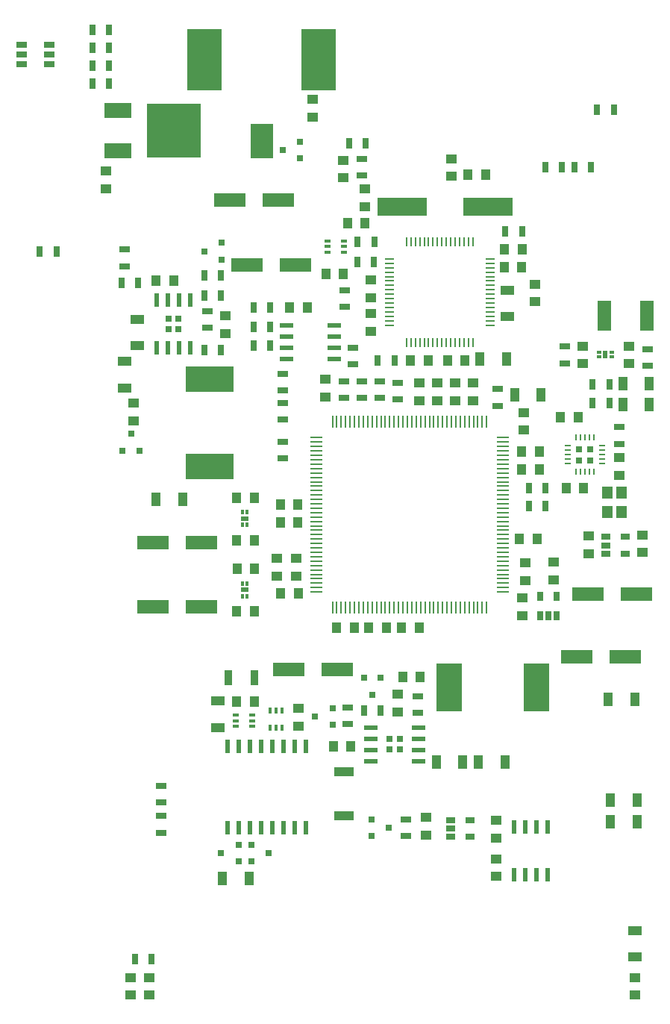
<source format=gtp>
G04 #@! TF.FileFunction,Paste,Top*
%FSLAX46Y46*%
G04 Gerber Fmt 4.6, Leading zero omitted, Abs format (unit mm)*
G04 Created by KiCad (PCBNEW 4.0.0-rc2-1-stable) date Thursday, December 31, 2015 'AMt' 08:25:51 AM*
%MOMM*%
G01*
G04 APERTURE LIST*
%ADD10C,0.100000*%
%ADD11R,0.600000X1.500000*%
%ADD12R,0.650000X1.060000*%
%ADD13R,1.060000X0.650000*%
%ADD14R,0.730000X0.246000*%
%ADD15R,0.246000X0.730000*%
%ADD16R,0.750000X0.750000*%
%ADD17R,1.200000X1.400000*%
%ADD18R,0.600000X1.550000*%
%ADD19R,0.705000X0.705000*%
%ADD20R,1.550000X0.600000*%
%ADD21R,0.398780X0.749300*%
%ADD22R,2.500000X4.000000*%
%ADD23R,4.000000X7.000000*%
%ADD24R,1.450000X0.250000*%
%ADD25R,0.250000X1.450000*%
%ADD26R,0.250000X1.000000*%
%ADD27R,1.000000X0.250000*%
%ADD28R,1.000000X1.250000*%
%ADD29R,0.749300X0.398780*%
%ADD30R,2.900680X5.400040*%
%ADD31R,0.800100X0.800100*%
%ADD32R,1.300000X0.700000*%
%ADD33R,1.600000X1.000000*%
%ADD34R,0.700000X1.300000*%
%ADD35R,1.250000X1.000000*%
%ADD36R,1.000000X1.600000*%
%ADD37R,1.600000X3.500000*%
%ADD38R,3.048000X1.651000*%
%ADD39R,6.096000X6.096000*%
%ADD40R,5.600700X2.100580*%
%ADD41R,0.900000X1.700000*%
%ADD42R,2.300000X1.000000*%
%ADD43R,5.400040X2.900680*%
%ADD44R,0.500000X0.860000*%
%ADD45R,0.550000X0.300000*%
%ADD46R,0.860000X0.500000*%
%ADD47R,0.300000X0.550000*%
%ADD48R,3.599180X1.600200*%
G04 APERTURE END LIST*
D10*
D11*
X123689737Y-136341441D03*
X124959737Y-136341441D03*
X126229737Y-136341441D03*
X127499737Y-136341441D03*
X128769737Y-136341441D03*
X130039737Y-136341441D03*
X131309737Y-136341441D03*
X132579737Y-136341441D03*
X132579737Y-127041441D03*
X131309737Y-127041441D03*
X130039737Y-127041441D03*
X128769737Y-127041441D03*
X127499737Y-127041441D03*
X126229737Y-127041441D03*
X124959737Y-127041441D03*
X123689737Y-127041441D03*
D12*
X159122737Y-112260441D03*
X160072737Y-112260441D03*
X161022737Y-112260441D03*
X161022737Y-110060441D03*
X159122737Y-110060441D03*
D13*
X166565379Y-103332959D03*
X166565379Y-104282959D03*
X166565379Y-105232959D03*
X168765379Y-105232959D03*
X168765379Y-103332959D03*
D14*
X166167255Y-94994799D03*
X166167255Y-94494799D03*
X166167255Y-93994799D03*
X166167255Y-93494799D03*
X166167255Y-92994799D03*
D15*
X165202255Y-92029799D03*
X164702255Y-92029799D03*
X164202255Y-92029799D03*
X163702255Y-92029799D03*
X163202255Y-92029799D03*
D14*
X162237255Y-92994799D03*
X162237255Y-93494799D03*
X162237255Y-93994799D03*
X162237255Y-94494799D03*
X162237255Y-94994799D03*
D15*
X163202255Y-95959799D03*
X163702255Y-95959799D03*
X164202255Y-95959799D03*
X164702255Y-95959799D03*
X165202255Y-95959799D03*
D16*
X163577255Y-93369799D03*
X163577255Y-94619799D03*
X164827255Y-93369799D03*
X164827255Y-94619799D03*
D17*
X166742737Y-98290441D03*
X166742737Y-100490441D03*
X168342737Y-98290441D03*
X168342737Y-100490441D03*
D18*
X115609237Y-81892941D03*
X116879237Y-81892941D03*
X118149237Y-81892941D03*
X119419237Y-81892941D03*
X119419237Y-76492941D03*
X118149237Y-76492941D03*
X116879237Y-76492941D03*
X115609237Y-76492941D03*
D19*
X118101737Y-78605441D03*
X116926737Y-78605441D03*
X118101737Y-79780441D03*
X116926737Y-79780441D03*
D20*
X130354737Y-79367441D03*
X130354737Y-80637441D03*
X130354737Y-81907441D03*
X130354737Y-83177441D03*
X135754737Y-83177441D03*
X135754737Y-81907441D03*
X135754737Y-80637441D03*
X135754737Y-79367441D03*
D21*
X129800977Y-123055441D03*
X129150737Y-123055441D03*
X128500497Y-123055441D03*
X128500497Y-124955361D03*
X129150737Y-124955361D03*
X129800977Y-124955361D03*
D18*
X156201737Y-141630441D03*
X157471737Y-141630441D03*
X158741737Y-141630441D03*
X160011737Y-141630441D03*
X160011737Y-136230441D03*
X158741737Y-136230441D03*
X157471737Y-136230441D03*
X156201737Y-136230441D03*
D13*
X149005737Y-135440441D03*
X149005737Y-136390441D03*
X149005737Y-137340441D03*
X151205737Y-137340441D03*
X151205737Y-135440441D03*
D20*
X145345737Y-128770441D03*
X145345737Y-127500441D03*
X145345737Y-126230441D03*
X145345737Y-124960441D03*
X139945737Y-124960441D03*
X139945737Y-126230441D03*
X139945737Y-127500441D03*
X139945737Y-128770441D03*
D19*
X142058237Y-126277941D03*
X142058237Y-127452941D03*
X143233237Y-126277941D03*
X143233237Y-127452941D03*
D22*
X127527917Y-58400881D03*
D23*
X134027917Y-49150881D03*
X121027917Y-49150881D03*
D24*
X154860996Y-109572620D03*
X154860996Y-109072620D03*
X154860996Y-108572620D03*
X154860996Y-108072620D03*
X154860996Y-107572620D03*
X154860996Y-107072620D03*
X154860996Y-106572620D03*
X154860996Y-106072620D03*
X154860996Y-105572620D03*
X154860996Y-105072620D03*
X154860996Y-104572620D03*
X154860996Y-104072620D03*
X154860996Y-103572620D03*
X154860996Y-103072620D03*
X154860996Y-102572620D03*
X154860996Y-102072620D03*
X154860996Y-101572620D03*
X154860996Y-101072620D03*
X154860996Y-100572620D03*
X154860996Y-100072620D03*
X154860996Y-99572620D03*
X154860996Y-99072620D03*
X154860996Y-98572620D03*
X154860996Y-98072620D03*
X154860996Y-97572620D03*
X154860996Y-97072620D03*
X154860996Y-96572620D03*
X154860996Y-96072620D03*
X154860996Y-95572620D03*
X154860996Y-95072620D03*
X154860996Y-94572620D03*
X154860996Y-94072620D03*
X154860996Y-93572620D03*
X154860996Y-93072620D03*
X154860996Y-92572620D03*
X154860996Y-92072620D03*
D25*
X153060996Y-90272620D03*
X152560996Y-90272620D03*
X152060996Y-90272620D03*
X151560996Y-90272620D03*
X151060996Y-90272620D03*
X150560996Y-90272620D03*
X150060996Y-90272620D03*
X149560996Y-90272620D03*
X149060996Y-90272620D03*
X148560996Y-90272620D03*
X148060996Y-90272620D03*
X147560996Y-90272620D03*
X147060996Y-90272620D03*
X146560996Y-90272620D03*
X146060996Y-90272620D03*
X145560996Y-90272620D03*
X145060996Y-90272620D03*
X144560996Y-90272620D03*
X144060996Y-90272620D03*
X143560996Y-90272620D03*
X143060996Y-90272620D03*
X142560996Y-90272620D03*
X142060996Y-90272620D03*
X141560996Y-90272620D03*
X141060996Y-90272620D03*
X140560996Y-90272620D03*
X140060996Y-90272620D03*
X139560996Y-90272620D03*
X139060996Y-90272620D03*
X138560996Y-90272620D03*
X138060996Y-90272620D03*
X137560996Y-90272620D03*
X137060996Y-90272620D03*
X136560996Y-90272620D03*
X136060996Y-90272620D03*
X135560996Y-90272620D03*
D24*
X133760996Y-92072620D03*
X133760996Y-92572620D03*
X133760996Y-93072620D03*
X133760996Y-93572620D03*
X133760996Y-94072620D03*
X133760996Y-94572620D03*
X133760996Y-95072620D03*
X133760996Y-95572620D03*
X133760996Y-96072620D03*
X133760996Y-96572620D03*
X133760996Y-97072620D03*
X133760996Y-97572620D03*
X133760996Y-98072620D03*
X133760996Y-98572620D03*
X133760996Y-99072620D03*
X133760996Y-99572620D03*
X133760996Y-100072620D03*
X133760996Y-100572620D03*
X133760996Y-101072620D03*
X133760996Y-101572620D03*
X133760996Y-102072620D03*
X133760996Y-102572620D03*
X133760996Y-103072620D03*
X133760996Y-103572620D03*
X133760996Y-104072620D03*
X133760996Y-104572620D03*
X133760996Y-105072620D03*
X133760996Y-105572620D03*
X133760996Y-106072620D03*
X133760996Y-106572620D03*
X133760996Y-107072620D03*
X133760996Y-107572620D03*
X133760996Y-108072620D03*
X133760996Y-108572620D03*
X133760996Y-109072620D03*
X133760996Y-109572620D03*
D25*
X135560996Y-111372620D03*
X136060996Y-111372620D03*
X136560996Y-111372620D03*
X137060996Y-111372620D03*
X137560996Y-111372620D03*
X138060996Y-111372620D03*
X138560996Y-111372620D03*
X139060996Y-111372620D03*
X139560996Y-111372620D03*
X140060996Y-111372620D03*
X140560996Y-111372620D03*
X141060996Y-111372620D03*
X141560996Y-111372620D03*
X142060996Y-111372620D03*
X142560996Y-111372620D03*
X143060996Y-111372620D03*
X143560996Y-111372620D03*
X144060996Y-111372620D03*
X144560996Y-111372620D03*
X145060996Y-111372620D03*
X145560996Y-111372620D03*
X146060996Y-111372620D03*
X146560996Y-111372620D03*
X147060996Y-111372620D03*
X147560996Y-111372620D03*
X148060996Y-111372620D03*
X148560996Y-111372620D03*
X149060996Y-111372620D03*
X149560996Y-111372620D03*
X150060996Y-111372620D03*
X150560996Y-111372620D03*
X151060996Y-111372620D03*
X151560996Y-111372620D03*
X152060996Y-111372620D03*
X152560996Y-111372620D03*
X153060996Y-111372620D03*
D26*
X151470917Y-69839881D03*
X150970917Y-69839881D03*
X150470917Y-69839881D03*
X149970917Y-69839881D03*
X149470917Y-69839881D03*
X148970917Y-69839881D03*
X148470917Y-69839881D03*
X147970917Y-69839881D03*
X147470917Y-69839881D03*
X146970917Y-69839881D03*
X146470917Y-69839881D03*
X145970917Y-69839881D03*
X145470917Y-69839881D03*
X144970917Y-69839881D03*
X144470917Y-69839881D03*
X143970917Y-69839881D03*
D27*
X142020917Y-71789881D03*
X142020917Y-72289881D03*
X142020917Y-72789881D03*
X142020917Y-73289881D03*
X142020917Y-73789881D03*
X142020917Y-74289881D03*
X142020917Y-74789881D03*
X142020917Y-75289881D03*
X142020917Y-75789881D03*
X142020917Y-76289881D03*
X142020917Y-76789881D03*
X142020917Y-77289881D03*
X142020917Y-77789881D03*
X142020917Y-78289881D03*
X142020917Y-78789881D03*
X142020917Y-79289881D03*
D26*
X143970917Y-81239881D03*
X144470917Y-81239881D03*
X144970917Y-81239881D03*
X145470917Y-81239881D03*
X145970917Y-81239881D03*
X146470917Y-81239881D03*
X146970917Y-81239881D03*
X147470917Y-81239881D03*
X147970917Y-81239881D03*
X148470917Y-81239881D03*
X148970917Y-81239881D03*
X149470917Y-81239881D03*
X149970917Y-81239881D03*
X150470917Y-81239881D03*
X150970917Y-81239881D03*
X151470917Y-81239881D03*
D27*
X153420917Y-79289881D03*
X153420917Y-78789881D03*
X153420917Y-78289881D03*
X153420917Y-77789881D03*
X153420917Y-77289881D03*
X153420917Y-76789881D03*
X153420917Y-76289881D03*
X153420917Y-75789881D03*
X153420917Y-75289881D03*
X153420917Y-74789881D03*
X153420917Y-74289881D03*
X153420917Y-73789881D03*
X153420917Y-73289881D03*
X153420917Y-72789881D03*
X153420917Y-72289881D03*
X153420917Y-71789881D03*
D28*
X150613737Y-83304441D03*
X148613737Y-83304441D03*
X134796137Y-73474641D03*
X136796137Y-73474641D03*
D29*
X126478657Y-124833441D03*
X126478657Y-124183201D03*
X126478657Y-123532961D03*
X124578737Y-123532961D03*
X124578737Y-124183201D03*
X124578737Y-124833441D03*
D30*
X158736657Y-120388441D03*
X148835737Y-120388441D03*
D31*
X135594717Y-124640441D03*
X135594717Y-122740441D03*
X133595737Y-123690441D03*
X124926717Y-140134441D03*
X124926717Y-138234441D03*
X122927737Y-139184441D03*
D32*
X100295737Y-47533441D03*
X100295737Y-48633441D03*
X100295737Y-49733441D03*
X103395737Y-49733441D03*
X103395737Y-48633441D03*
X103395737Y-47533441D03*
D33*
X122546737Y-124936441D03*
X122546737Y-121936441D03*
D34*
X164901237Y-61396941D03*
X163001237Y-61396941D03*
D28*
X162075737Y-97801620D03*
X164075737Y-97801620D03*
D35*
X149026237Y-62412941D03*
X149026237Y-60412941D03*
D28*
X137247237Y-67746941D03*
X139247237Y-67746941D03*
X144422737Y-83304441D03*
X146422737Y-83304441D03*
X157084137Y-70731441D03*
X155084137Y-70731441D03*
D35*
X139945737Y-76192441D03*
X139945737Y-74192441D03*
D28*
X157027237Y-72763441D03*
X155027237Y-72763441D03*
D36*
X168520737Y-85907941D03*
X171520737Y-85907941D03*
D35*
X139945737Y-77970441D03*
X139945737Y-79970441D03*
D28*
X152931237Y-62222441D03*
X150931237Y-62222441D03*
D33*
X155376237Y-78326041D03*
X155376237Y-75326041D03*
D35*
X158513137Y-74649641D03*
X158513137Y-76649641D03*
D36*
X155287337Y-83177441D03*
X152287337Y-83177441D03*
D35*
X139261937Y-63873441D03*
X139261937Y-65873441D03*
D36*
X168520737Y-88308241D03*
X171520737Y-88308241D03*
X126102737Y-142105441D03*
X123102737Y-142105441D03*
D35*
X146168737Y-137152441D03*
X146168737Y-135152441D03*
D28*
X124705737Y-122039441D03*
X126705737Y-122039441D03*
X129627237Y-101719441D03*
X131627237Y-101719441D03*
X156767137Y-103573641D03*
X158767137Y-103573641D03*
D35*
X147466917Y-85842881D03*
X147466917Y-87842881D03*
X157471737Y-108291441D03*
X157471737Y-106291441D03*
X157268537Y-91197241D03*
X157268537Y-89197241D03*
D36*
X156224337Y-87165241D03*
X159224337Y-87165241D03*
D28*
X136008737Y-113657441D03*
X138008737Y-113657441D03*
D35*
X131436737Y-107783441D03*
X131436737Y-105783441D03*
D28*
X159046537Y-95674241D03*
X157046537Y-95674241D03*
X159046537Y-93642241D03*
X157046537Y-93642241D03*
D35*
X149498917Y-85858881D03*
X149498917Y-87858881D03*
X151530917Y-85858881D03*
X151530917Y-87858881D03*
D28*
X139691737Y-113657441D03*
X141691737Y-113657441D03*
X129658737Y-109720441D03*
X131658737Y-109720441D03*
X143374737Y-113639881D03*
X145374737Y-113639881D03*
D35*
X134738737Y-85431941D03*
X134738737Y-87431941D03*
X145434917Y-85842881D03*
X145434917Y-87842881D03*
D28*
X129627237Y-99623941D03*
X131627237Y-99623941D03*
X115561737Y-74287441D03*
X117561737Y-74287441D03*
D35*
X113021737Y-90130441D03*
X113021737Y-88130441D03*
X123435737Y-78224441D03*
X123435737Y-80224441D03*
D28*
X137659737Y-127119441D03*
X135659737Y-127119441D03*
D35*
X142993737Y-123166441D03*
X142993737Y-121166441D03*
D28*
X143533737Y-119245441D03*
X145533737Y-119245441D03*
D35*
X163974137Y-81685441D03*
X163974137Y-83685441D03*
X169181137Y-83685441D03*
X169181137Y-81685441D03*
X136770737Y-62603441D03*
X136770737Y-60603441D03*
X129277737Y-107783441D03*
X129277737Y-105783441D03*
D28*
X126705737Y-98849241D03*
X124705737Y-98849241D03*
X126721737Y-106926441D03*
X124721737Y-106926441D03*
X124705737Y-103675241D03*
X126705737Y-103675241D03*
X124705737Y-111752441D03*
X126705737Y-111752441D03*
D36*
X170123737Y-133215441D03*
X167123737Y-133215441D03*
X170123737Y-135628441D03*
X167123737Y-135628441D03*
D35*
X109846737Y-63841441D03*
X109846737Y-61841441D03*
X133341737Y-55713441D03*
X133341737Y-53713441D03*
X164617379Y-103232959D03*
X164617379Y-105232959D03*
X170713379Y-103089959D03*
X170713379Y-105089959D03*
X157090737Y-110260441D03*
X157090737Y-112260441D03*
X160646737Y-108196441D03*
X160646737Y-106196441D03*
D28*
X163440737Y-89730641D03*
X161440737Y-89730641D03*
D35*
X168076237Y-94321941D03*
X168076237Y-96321941D03*
X169917737Y-155313441D03*
X169917737Y-153313441D03*
X114799737Y-155313441D03*
X114799737Y-153313441D03*
X112640737Y-153313441D03*
X112640737Y-155313441D03*
D31*
X139960977Y-135374441D03*
X139960977Y-137274441D03*
X141959957Y-136324441D03*
X126356737Y-138234441D03*
X126356737Y-140134441D03*
X128355717Y-139184441D03*
X111756737Y-93591441D03*
X113656737Y-93591441D03*
X112706737Y-91592461D03*
X141022737Y-119278461D03*
X139122737Y-119278461D03*
X140072737Y-121277441D03*
X131911717Y-60378441D03*
X131911717Y-58478441D03*
X129912737Y-59428441D03*
D37*
X171276637Y-78224441D03*
X166399837Y-78224441D03*
D34*
X161596737Y-61396941D03*
X159696737Y-61396941D03*
X165071337Y-86047641D03*
X166971337Y-86047641D03*
X165071337Y-88155841D03*
X166971337Y-88155841D03*
X137456537Y-58666441D03*
X139356537Y-58666441D03*
D32*
X138929737Y-62349441D03*
X138929737Y-60449441D03*
D34*
X113148737Y-151249441D03*
X115048737Y-151249441D03*
D31*
X123021717Y-71874441D03*
X123021717Y-69974441D03*
X121022737Y-70924441D03*
D38*
X111243737Y-54983441D03*
D39*
X117593737Y-57269441D03*
D38*
X111243737Y-59555441D03*
D34*
X128515737Y-77335441D03*
X126615737Y-77335441D03*
X128515737Y-79494441D03*
X126615737Y-79494441D03*
X128515737Y-81653441D03*
X126615737Y-81653441D03*
D32*
X136923137Y-77254241D03*
X136923137Y-75354241D03*
X137913737Y-83746441D03*
X137913737Y-81846441D03*
X129912737Y-86733441D03*
X129912737Y-84833441D03*
D34*
X140707737Y-83304441D03*
X142607737Y-83304441D03*
X138360737Y-72128441D03*
X140260737Y-72128441D03*
X138421737Y-69842441D03*
X140321737Y-69842441D03*
X157085737Y-68699441D03*
X155185737Y-68699441D03*
D32*
X143882737Y-135379441D03*
X143882737Y-137279441D03*
X154322137Y-86545441D03*
X154322137Y-88445441D03*
X138929737Y-87558941D03*
X138929737Y-85658941D03*
X136897737Y-85658941D03*
X136897737Y-87558941D03*
X142993737Y-87749441D03*
X142993737Y-85849441D03*
X140961737Y-87558941D03*
X140961737Y-85658941D03*
D34*
X122922737Y-73652441D03*
X121022737Y-73652441D03*
X122922737Y-82161441D03*
X121022737Y-82161441D03*
X121022737Y-75938441D03*
X122922737Y-75938441D03*
D32*
X121403737Y-79616441D03*
X121403737Y-77716441D03*
X129912737Y-88130441D03*
X129912737Y-90030441D03*
X145279737Y-121404441D03*
X145279737Y-123304441D03*
X137278737Y-124579441D03*
X137278737Y-122679441D03*
D34*
X141020237Y-122991941D03*
X139120237Y-122991941D03*
D32*
X161891337Y-83619441D03*
X161891337Y-81719441D03*
X171314737Y-82034441D03*
X171314737Y-83934441D03*
X129912737Y-92516941D03*
X129912737Y-94416941D03*
D34*
X111629737Y-74541441D03*
X113529737Y-74541441D03*
X102358737Y-70985441D03*
X104258737Y-70985441D03*
X159757737Y-99789041D03*
X157857737Y-99789041D03*
X159757737Y-97757041D03*
X157857737Y-97757041D03*
D32*
X168076237Y-90865941D03*
X168076237Y-92765941D03*
D40*
X153199457Y-65905441D03*
X143501737Y-65905441D03*
D28*
X130706737Y-77335441D03*
X132706737Y-77335441D03*
D34*
X110222737Y-47871441D03*
X108322737Y-47871441D03*
X110222737Y-49903441D03*
X108322737Y-49903441D03*
X110222737Y-51935441D03*
X108322737Y-51935441D03*
X167499737Y-54856441D03*
X165599737Y-54856441D03*
D32*
X112005737Y-70736441D03*
X112005737Y-72636441D03*
D35*
X131690737Y-124801441D03*
X131690737Y-122801441D03*
X154169737Y-137501441D03*
X154169737Y-135501441D03*
D33*
X113402737Y-81653441D03*
X113402737Y-78653441D03*
X112005737Y-83431441D03*
X112005737Y-86431441D03*
D36*
X118561737Y-99052441D03*
X115561737Y-99052441D03*
X152137737Y-128897441D03*
X155137737Y-128897441D03*
X147359737Y-128897441D03*
X150359737Y-128897441D03*
X169869737Y-121785441D03*
X166869737Y-121785441D03*
D33*
X169917737Y-150995441D03*
X169917737Y-147995441D03*
D41*
X126663737Y-119308941D03*
X123763737Y-119308941D03*
D32*
X116133237Y-131564441D03*
X116133237Y-133464441D03*
X116133237Y-134993441D03*
X116133237Y-136893441D03*
D34*
X108322737Y-45839441D03*
X110222737Y-45839441D03*
D35*
X154169737Y-141851441D03*
X154169737Y-139851441D03*
D42*
X136897737Y-134953441D03*
X136897737Y-129953441D03*
D43*
X121657737Y-95369441D03*
X121657737Y-85468521D03*
D44*
X166514137Y-82669441D03*
D45*
X167239137Y-82919441D03*
X167239137Y-82419441D03*
X165789137Y-82919441D03*
X165789137Y-82419441D03*
D46*
X125590737Y-101225241D03*
D47*
X125340737Y-101950241D03*
X125840737Y-101950241D03*
X125340737Y-100500241D03*
X125840737Y-100500241D03*
D46*
X125594737Y-109339441D03*
D47*
X125344737Y-110064441D03*
X125844737Y-110064441D03*
X125344737Y-108614441D03*
X125844737Y-108614441D03*
D29*
X134967337Y-69725601D03*
X134967337Y-70375841D03*
X134967337Y-71026081D03*
X136867257Y-71026081D03*
X136867257Y-70375841D03*
X136867257Y-69725601D03*
D48*
X164583737Y-109770700D03*
X170085377Y-109770700D03*
X136135737Y-118356441D03*
X130634097Y-118356441D03*
X120682377Y-104005441D03*
X115180737Y-104005441D03*
X123943737Y-65143441D03*
X129445377Y-65143441D03*
X125848737Y-72509441D03*
X131350377Y-72509441D03*
X120682377Y-111244441D03*
X115180737Y-111244441D03*
X163313737Y-116959441D03*
X168815377Y-116959441D03*
M02*

</source>
